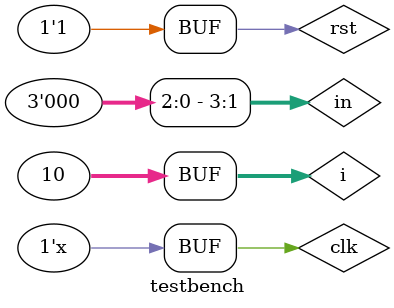
<source format=v>
`timescale 1ns / 1ps


module testbench();
reg rst,clk;reg [3:0]in ;wire [3:0]out; integer i; parameter delay=10;
PIPO dut(.rst(rst),.clk(clk),.out(out),.in(in));  
initial clk=1; always #5 clk=~clk;  
initial begin 
rst=1; 
for(i=0;i<10;i=i+1) 
begin 
in=$urandom;
#delay;
end
end
endmodule

</source>
